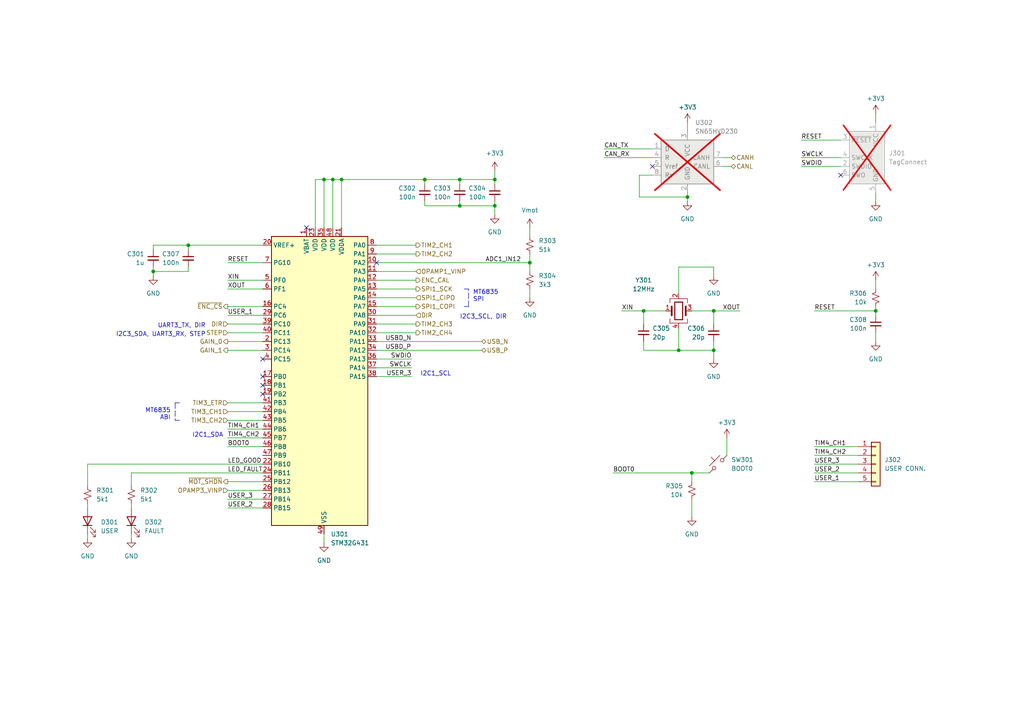
<source format=kicad_sch>
(kicad_sch (version 20231120) (generator "eeschema") (generator_version "8.0")
  (paper "A4")
  (title_block (title "MICROCONTROLLER") (date "2023-10-11") (rev "0.1") (company "matei repair lab"))
  (lib_symbols
    (symbol "Connector:Conn_ARM_SWD_TagConnect_TC2030-NL" (in_bom no)
      (property "Reference" "J" (at 2.54 11.43 0))
      (property "Value" "Conn_ARM_SWD_TagConnect_TC2030-NL" (at 2.54 8.89 0))
      (symbol "Conn_ARM_SWD_TagConnect_TC2030-NL_0_0"
        (pin power_in line (at -2.54 10.16 270) (length 2.54) (name "VCC") (number "1"))
        (pin bidirectional line (at 7.62 -2.54 180) (length 2.54) (name "SWDIO") (number "2"))
        (pin open_collector line (at 7.62 5.08 180) (length 2.54) (name "~{RESET}") (number "3"))
        (pin output line (at 7.62 0 180) (length 2.54) (name "SWCLK") (number "4"))
        (pin power_in line (at -2.54 -10.16 90) (length 2.54) (name "GND") (number "5"))
        (pin input line (at 7.62 -5.08 180) (length 2.54) (name "SWO") (number "6"))
      )
      (symbol "Conn_ARM_SWD_TagConnect_TC2030-NL_0_1"
        (rectangle (start -5.08 7.62) (end 5.08 -7.62) (fill (type background)))
      )
    )
    (symbol "Connector_Generic:Conn_01x05" (pin_names (offset 1.016) hide)
      (property "Reference" "J" (at 0 7.62 0))
      (property "Value" "Conn_01x05" (at 0 -7.62 0))
      (symbol "Conn_01x05_1_1"
        (rectangle (start -1.27 -4.953) (end 0 -5.207) (stroke (width 0.1524)))
        (rectangle (start -1.27 -2.413) (end 0 -2.667) (stroke (width 0.1524)))
        (rectangle (start -1.27 0.127) (end 0 -0.127) (stroke (width 0.1524)))
        (rectangle (start -1.27 2.667) (end 0 2.413) (stroke (width 0.1524)))
        (rectangle (start -1.27 5.207) (end 0 4.953) (stroke (width 0.1524)))
        (rectangle (start -1.27 6.35) (end 1.27 -6.35) (stroke (width 0.254)) (fill (type background)))
        (pin passive line (at -5.08 5.08 0) (length 3.81) (name "Pin_1") (number "1"))
        (pin passive line (at -5.08 2.54 0) (length 3.81) (name "Pin_2") (number "2"))
        (pin passive line (at -5.08 0 0) (length 3.81) (name "Pin_3") (number "3"))
        (pin passive line (at -5.08 -2.54 0) (length 3.81) (name "Pin_4") (number "4"))
        (pin passive line (at -5.08 -5.08 0) (length 3.81) (name "Pin_5") (number "5"))
      )
    )
    (symbol "Device:C_Small" (pin_numbers hide) (pin_names (offset 0.254) hide)
      (property "Reference" "C" (at 0.254 1.778 0))
      (property "Value" "C_Small" (at 0.254 -2.032 0))
      (symbol "C_Small_0_1"
        (polyline (pts (xy -1.524 -0.508) (xy 1.524 -0.508)) (stroke (width 0.3302)))
        (polyline (pts (xy -1.524 0.508) (xy 1.524 0.508)) (stroke (width 0.3048)))
      )
      (symbol "C_Small_1_1"
        (pin passive line (at 0 2.54 270) (length 2.032) (name "~") (number "1"))
        (pin passive line (at 0 -2.54 90) (length 2.032) (name "~") (number "2"))
      )
    )
    (symbol "Device:Crystal_GND24" (pin_names (offset 1.016) hide)
      (property "Reference" "Y" (at 3.175 5.08 0))
      (property "Value" "Crystal_GND24" (at 3.175 3.175 0))
      (symbol "Crystal_GND24_0_1"
        (rectangle (start -1.143 2.54) (end 1.143 -2.54) (stroke (width 0.3048)))
        (polyline (pts (xy -2.54 0) (xy -2.032 0)))
        (polyline (pts (xy -2.032 -1.27) (xy -2.032 1.27)) (stroke (width 0.508)))
        (polyline (pts (xy 0 -3.81) (xy 0 -3.556)))
        (polyline (pts (xy 0 3.556) (xy 0 3.81)))
        (polyline (pts (xy 2.032 -1.27) (xy 2.032 1.27)) (stroke (width 0.508)))
        (polyline (pts (xy 2.032 0) (xy 2.54 0)))
        (polyline (pts (xy -2.54 -2.286) (xy -2.54 -3.556) (xy 2.54 -3.556) (xy 2.54 -2.286)))
        (polyline (pts (xy -2.54 2.286) (xy -2.54 3.556) (xy 2.54 3.556) (xy 2.54 2.286)))
      )
      (symbol "Crystal_GND24_1_1"
        (pin passive line (at -3.81 0 0) (length 1.27) (name "1") (number "1"))
        (pin passive line (at 0 5.08 270) (length 1.27) (name "2") (number "2"))
        (pin passive line (at 3.81 0 180) (length 1.27) (name "3") (number "3"))
        (pin passive line (at 0 -5.08 90) (length 1.27) (name "4") (number "4"))
      )
    )
    (symbol "Device:LED" (pin_numbers hide) (pin_names (offset 1.016) hide)
      (property "Reference" "D" (at 0 2.54 0))
      (property "Value" "LED" (at 0 -2.54 0))
      (symbol "LED_0_1"
        (polyline (pts (xy -1.27 -1.27) (xy -1.27 1.27)) (stroke (width 0.254)))
        (polyline (pts (xy -1.27 0) (xy 1.27 0)))
        (polyline (pts (xy 1.27 -1.27) (xy 1.27 1.27) (xy -1.27 0) (xy 1.27 -1.27)) (stroke (width 0.254)))
        (polyline (pts (xy -3.048 -0.762) (xy -4.572 -2.286) (xy -3.81 -2.286) (xy -4.572 -2.286) (xy -4.572 -1.524)))
        (polyline (pts (xy -1.778 -0.762) (xy -3.302 -2.286) (xy -2.54 -2.286) (xy -3.302 -2.286) (xy -3.302 -1.524)))
      )
      (symbol "LED_1_1"
        (pin passive line (at -3.81 0 0) (length 2.54) (name "K") (number "1"))
        (pin passive line (at 3.81 0 180) (length 2.54) (name "A") (number "2"))
      )
    )
    (symbol "Device:R_Small_US" (pin_numbers hide) (pin_names (offset 0.254) hide)
      (property "Reference" "R" (at 0.762 0.508 0))
      (property "Value" "R_Small_US" (at 0.762 -1.016 0))
      (symbol "R_Small_US_1_1"
        (polyline (pts (xy 0 0) (xy 1.016 -0.381) (xy 0 -0.762) (xy -1.016 -1.143) (xy 0 -1.524)))
        (polyline (pts (xy 0 1.524) (xy 1.016 1.143) (xy 0 0.762) (xy -1.016 0.381) (xy 0 0)))
        (pin passive line (at 0 2.54 270) (length 1.016) (name "~") (number "1"))
        (pin passive line (at 0 -2.54 90) (length 1.016) (name "~") (number "2"))
      )
    )
    (symbol "Interface_CAN_LIN:SN65HVD230" (pin_names (offset 1.016))
      (property "Reference" "U" (at -2.54 10.16 0))
      (property "Value" "SN65HVD230" (at -2.54 7.62 0))
      (symbol "SN65HVD230_0_1"
        (rectangle (start -7.62 5.08) (end 7.62 -7.62) (stroke (width 0.254)) (fill (type background)))
      )
      (symbol "SN65HVD230_1_1"
        (pin input line (at -10.16 2.54 0) (length 2.54) (name "D") (number "1"))
        (pin power_in line (at 0 -10.16 90) (length 2.54) (name "GND") (number "2"))
        (pin power_in line (at 0 7.62 270) (length 2.54) (name "VCC") (number "3"))
        (pin output line (at -10.16 0 0) (length 2.54) (name "R") (number "4"))
        (pin output line (at -10.16 -2.54 0) (length 2.54) (name "Vref") (number "5"))
        (pin bidirectional line (at 10.16 -2.54 180) (length 2.54) (name "CANL") (number "6"))
        (pin bidirectional line (at 10.16 0 180) (length 2.54) (name "CANH") (number "7"))
        (pin input line (at -10.16 -5.08 0) (length 2.54) (name "Rs") (number "8"))
      )
    )
    (symbol "MCU_ST_STM32G4:STM32G431CBUx"
      (property "Reference" "U" (at -12.7 44.45 0))
      (property "Value" "STM32G431CBUx" (at 10.16 44.45 0))
      (symbol "STM32G431CBUx_0_1"
        (rectangle (start -12.7 -40.64) (end 15.24 43.18) (stroke (width 0.254)) (fill (type background)))
      )
      (symbol "STM32G431CBUx_1_1"
        (pin power_in line (at -2.54 45.72 270) (length 2.54) (name "VBAT") (number "1"))
        (pin bidirectional line (at 17.78 35.56 180) (length 2.54) (name "PA2") (number "10"))
        (pin bidirectional line (at 17.78 33.02 180) (length 2.54) (name "PA3") (number "11"))
        (pin bidirectional line (at 17.78 30.48 180) (length 2.54) (name "PA4") (number "12"))
        (pin bidirectional line (at 17.78 27.94 180) (length 2.54) (name "PA5") (number "13"))
        (pin bidirectional line (at 17.78 25.4 180) (length 2.54) (name "PA6") (number "14"))
        (pin bidirectional line (at 17.78 22.86 180) (length 2.54) (name "PA7") (number "15"))
        (pin bidirectional line (at -15.24 22.86 0) (length 2.54) (name "PC4") (number "16"))
        (pin bidirectional line (at -15.24 2.54 0) (length 2.54) (name "PB0") (number "17"))
        (pin bidirectional line (at -15.24 0 0) (length 2.54) (name "PB1") (number "18"))
        (pin bidirectional line (at -15.24 -2.54 0) (length 2.54) (name "PB2") (number "19"))
        (pin bidirectional line (at -15.24 12.7 0) (length 2.54) (name "PC13") (number "2"))
        (pin input line (at -15.24 40.64 0) (length 2.54) (name "VREF+") (number "20"))
        (pin power_in line (at 7.62 45.72 270) (length 2.54) (name "VDDA") (number "21"))
        (pin bidirectional line (at -15.24 -22.86 0) (length 2.54) (name "PB10") (number "22"))
        (pin power_in line (at 0 45.72 270) (length 2.54) (name "VDD") (number "23"))
        (pin bidirectional line (at -15.24 -25.4 0) (length 2.54) (name "PB11") (number "24"))
        (pin bidirectional line (at -15.24 -27.94 0) (length 2.54) (name "PB12") (number "25"))
        (pin bidirectional line (at -15.24 -30.48 0) (length 2.54) (name "PB13") (number "26"))
        (pin bidirectional line (at -15.24 -33.02 0) (length 2.54) (name "PB14") (number "27"))
        (pin bidirectional line (at -15.24 -35.56 0) (length 2.54) (name "PB15") (number "28"))
        (pin bidirectional line (at -15.24 20.32 0) (length 2.54) (name "PC6") (number "29"))
        (pin bidirectional line (at -15.24 10.16 0) (length 2.54) (name "PC14") (number "3"))
        (pin bidirectional line (at 17.78 20.32 180) (length 2.54) (name "PA8") (number "30"))
        (pin bidirectional line (at 17.78 17.78 180) (length 2.54) (name "PA9") (number "31"))
        (pin bidirectional line (at 17.78 15.24 180) (length 2.54) (name "PA10") (number "32"))
        (pin bidirectional line (at 17.78 12.7 180) (length 2.54) (name "PA11") (number "33"))
        (pin bidirectional line (at 17.78 10.16 180) (length 2.54) (name "PA12") (number "34"))
        (pin power_in line (at 2.54 45.72 270) (length 2.54) (name "VDD") (number "35"))
        (pin bidirectional line (at 17.78 7.62 180) (length 2.54) (name "PA13") (number "36"))
        (pin bidirectional line (at 17.78 5.08 180) (length 2.54) (name "PA14") (number "37"))
        (pin bidirectional line (at 17.78 2.54 180) (length 2.54) (name "PA15") (number "38"))
        (pin bidirectional line (at -15.24 17.78 0) (length 2.54) (name "PC10") (number "39"))
        (pin bidirectional line (at -15.24 7.62 0) (length 2.54) (name "PC15") (number "4"))
        (pin bidirectional line (at -15.24 15.24 0) (length 2.54) (name "PC11") (number "40"))
        (pin bidirectional line (at -15.24 -5.08 0) (length 2.54) (name "PB3") (number "41"))
        (pin bidirectional line (at -15.24 -7.62 0) (length 2.54) (name "PB4") (number "42"))
        (pin bidirectional line (at -15.24 -10.16 0) (length 2.54) (name "PB5") (number "43"))
        (pin bidirectional line (at -15.24 -12.7 0) (length 2.54) (name "PB6") (number "44"))
        (pin bidirectional line (at -15.24 -15.24 0) (length 2.54) (name "PB7") (number "45"))
        (pin bidirectional line (at -15.24 -17.78 0) (length 2.54) (name "PB8") (number "46"))
        (pin bidirectional line (at -15.24 -20.32 0) (length 2.54) (name "PB9") (number "47"))
        (pin power_in line (at 5.08 45.72 270) (length 2.54) (name "VDD") (number "48"))
        (pin power_in line (at 2.54 -43.18 90) (length 2.54) (name "VSS") (number "49"))
        (pin bidirectional line (at -15.24 30.48 0) (length 2.54) (name "PF0") (number "5"))
        (pin bidirectional line (at -15.24 27.94 0) (length 2.54) (name "PF1") (number "6"))
        (pin bidirectional line (at -15.24 35.56 0) (length 2.54) (name "PG10") (number "7"))
        (pin bidirectional line (at 17.78 40.64 180) (length 2.54) (name "PA0") (number "8"))
        (pin bidirectional line (at 17.78 38.1 180) (length 2.54) (name "PA1") (number "9"))
      )
    )
    (symbol "Switch:SW_Push_45deg" (pin_numbers hide) (pin_names (offset 1.016) hide)
      (property "Reference" "SW" (at 3.048 1.016 0))
      (property "Value" "SW_Push_45deg" (at 0 -3.81 0))
      (symbol "SW_Push_45deg_0_1"
        (circle (center -1.1684 1.1684) (radius 0.508))
        (polyline (pts (xy -0.508 2.54) (xy 2.54 -0.508)))
        (polyline (pts (xy 1.016 1.016) (xy 2.032 2.032)))
        (polyline (pts (xy -2.54 2.54) (xy -1.524 1.524) (xy -1.524 1.524)))
        (polyline (pts (xy 1.524 -1.524) (xy 2.54 -2.54) (xy 2.54 -2.54) (xy 2.54 -2.54)))
        (circle (center 1.143 -1.1938) (radius 0.508))
        (pin passive line (at -2.54 2.54 0) (length 0) (name "1") (number "1"))
        (pin passive line (at 2.54 -2.54 180) (length 0) (name "2") (number "2"))
      )
    )
    (symbol "matei:Vmot" (power) (pin_names (offset 0))
      (property "Value" "Vmot" (at 0 3.81 0))
      (symbol "Vmot_0_1"
        (polyline (pts (xy -0.762 1.27) (xy 0 2.54)))
        (polyline (pts (xy 0 0) (xy 0 2.54)))
        (polyline (pts (xy 0 2.54) (xy 0.762 1.27)))
      )
      (symbol "Vmot_1_1"
        (pin power_in line (at 0 0 90) (length 0) hide (name "Vmot") (number "1"))
      )
    )
    (symbol "power:+3V3" (power) (pin_names (offset 0))
      (property "Value" "+3V3" (at 0 3.556 0))
      (symbol "+3V3_0_1"
        (polyline (pts (xy -0.762 1.27) (xy 0 2.54)))
        (polyline (pts (xy 0 0) (xy 0 2.54)))
        (polyline (pts (xy 0 2.54) (xy 0.762 1.27)))
      )
      (symbol "+3V3_1_1"
        (pin power_in line (at 0 0 90) (length 0) hide (name "+3V3") (number "1"))
      )
    )
    (symbol "power:GND" (power) (pin_names (offset 0))
      (property "Value" "GND" (at 0 -3.81 0))
      (symbol "GND_0_1"
        (polyline (pts (xy 0 0) (xy 0 -1.27) (xy 1.27 -1.27) (xy 0 -2.54) (xy -1.27 -1.27) (xy 0 -1.27)))
      )
      (symbol "GND_1_1"
        (pin power_in line (at 0 0 270) (length 0) hide (name "GND") (number "1"))
      )
    )
  )
  (junction (at 133.35 52.07))
  (junction (at 96.52 52.07))
  (junction (at 93.98 52.07))
  (junction (at 186.69 90.17))
  (junction (at 200.66 137.16))
  (junction (at 123.19 52.07))
  (junction (at 207.01 101.6))
  (junction (at 196.85 101.6))
  (junction (at 143.51 59.69))
  (junction (at 44.45 78.74))
  (junction (at 54.61 71.12))
  (junction (at 143.51 52.07))
  (junction (at 133.35 59.69))
  (junction (at 254 90.17))
  (junction (at 153.67 76.2))
  (junction (at 99.06 52.07))
  (junction (at 207.01 90.17))
  (junction (at 199.39 57.15))
  (no_connect (at 243.84 50.8))
  (no_connect (at 109.22 76.2))
  (no_connect (at 76.2 109.22))
  (no_connect (at 189.23 48.26))
  (no_connect (at 88.9 66.04))
  (no_connect (at 76.2 104.14))
  (no_connect (at 76.2 111.76))
  (no_connect (at 76.2 114.3))
  (wire (pts (xy 143.51 58.42) (xy 143.51 59.69)))
  (wire (pts (xy 153.67 66.04) (xy 153.67 68.58)))
  (wire (pts (xy 199.39 55.88) (xy 199.39 57.15)))
  (wire (pts (xy 109.22 73.66) (xy 120.65 73.66)))
  (wire (pts (xy 207.01 77.47) (xy 207.01 80.01)))
  (wire (pts (xy 186.69 99.06) (xy 186.69 101.6)))
  (wire (pts (xy 66.04 93.98) (xy 76.2 93.98)))
  (wire (pts (xy 236.22 139.7) (xy 248.92 139.7)))
  (polyline (pts (xy 135.89 88.9) (xy 135.89 83.82)) (stroke (width 0) (type dash)))
  (wire (pts (xy 153.67 73.66) (xy 153.67 76.2)))
  (wire (pts (xy 93.98 52.07) (xy 93.98 66.04)))
  (wire (pts (xy 254 33.02) (xy 254 35.56)))
  (wire (pts (xy 109.22 76.2) (xy 153.67 76.2)))
  (wire (pts (xy 66.04 96.52) (xy 76.2 96.52)))
  (wire (pts (xy 254 81.28) (xy 254 83.82)))
  (wire (pts (xy 196.85 95.25) (xy 196.85 101.6)))
  (wire (pts (xy 109.22 101.6) (xy 139.7 101.6)))
  (wire (pts (xy 54.61 77.47) (xy 54.61 78.74)))
  (wire (pts (xy 120.65 81.28) (xy 109.22 81.28)))
  (wire (pts (xy 232.41 40.64) (xy 243.84 40.64)))
  (wire (pts (xy 25.4 134.62) (xy 76.2 134.62)))
  (wire (pts (xy 209.55 48.26) (xy 212.09 48.26)))
  (wire (pts (xy 66.04 88.9) (xy 76.2 88.9)))
  (wire (pts (xy 54.61 71.12) (xy 76.2 71.12)))
  (wire (pts (xy 38.1 140.97) (xy 38.1 137.16)))
  (wire (pts (xy 109.22 78.74) (xy 120.65 78.74)))
  (wire (pts (xy 54.61 71.12) (xy 54.61 72.39)))
  (wire (pts (xy 66.04 139.7) (xy 76.2 139.7)))
  (wire (pts (xy 123.19 52.07) (xy 123.19 53.34)))
  (wire (pts (xy 133.35 59.69) (xy 143.51 59.69)))
  (wire (pts (xy 236.22 134.62) (xy 248.92 134.62)))
  (wire (pts (xy 200.66 137.16) (xy 205.74 137.16)))
  (wire (pts (xy 66.04 99.06) (xy 76.2 99.06)))
  (wire (pts (xy 232.41 48.26) (xy 243.84 48.26)))
  (wire (pts (xy 109.22 86.36) (xy 120.65 86.36)))
  (wire (pts (xy 177.8 137.16) (xy 200.66 137.16)))
  (polyline (pts (xy 50.8 116.84) (xy 50.8 121.92)) (stroke (width 0) (type dash)))
  (wire (pts (xy 153.67 83.82) (xy 153.67 86.36)))
  (wire (pts (xy 254 88.9) (xy 254 90.17)))
  (wire (pts (xy 175.26 43.18) (xy 189.23 43.18)))
  (wire (pts (xy 66.04 127) (xy 76.2 127)))
  (wire (pts (xy 109.22 96.52) (xy 120.65 96.52)))
  (wire (pts (xy 175.26 45.72) (xy 189.23 45.72)))
  (polyline (pts (xy 50.8 121.92) (xy 52.07 121.92)) (stroke (width 0) (type dash)))
  (wire (pts (xy 38.1 154.94) (xy 38.1 156.21)))
  (wire (pts (xy 44.45 80.01) (xy 44.45 78.74)))
  (polyline (pts (xy 134.62 88.9) (xy 135.89 88.9)) (stroke (width 0) (type dash)))
  (polyline (pts (xy 52.07 116.84) (xy 50.8 116.84)) (stroke (width 0) (type dash)))
  (wire (pts (xy 199.39 35.56) (xy 199.39 38.1)))
  (wire (pts (xy 232.41 45.72) (xy 243.84 45.72)))
  (wire (pts (xy 44.45 71.12) (xy 54.61 71.12)))
  (wire (pts (xy 109.22 83.82) (xy 120.65 83.82)))
  (wire (pts (xy 99.06 52.07) (xy 123.19 52.07)))
  (wire (pts (xy 196.85 85.09) (xy 196.85 77.47)))
  (wire (pts (xy 44.45 72.39) (xy 44.45 71.12)))
  (wire (pts (xy 66.04 76.2) (xy 76.2 76.2)))
  (wire (pts (xy 196.85 101.6) (xy 207.01 101.6)))
  (wire (pts (xy 25.4 146.05) (xy 25.4 147.32)))
  (wire (pts (xy 186.69 90.17) (xy 193.04 90.17)))
  (wire (pts (xy 207.01 99.06) (xy 207.01 101.6)))
  (wire (pts (xy 66.04 119.38) (xy 76.2 119.38)))
  (wire (pts (xy 66.04 147.32) (xy 76.2 147.32)))
  (wire (pts (xy 210.82 127) (xy 210.82 132.08)))
  (wire (pts (xy 123.19 58.42) (xy 123.19 59.69)))
  (wire (pts (xy 93.98 52.07) (xy 96.52 52.07)))
  (wire (pts (xy 25.4 134.62) (xy 25.4 140.97)))
  (wire (pts (xy 91.44 52.07) (xy 93.98 52.07)))
  (wire (pts (xy 66.04 116.84) (xy 76.2 116.84)))
  (wire (pts (xy 200.66 90.17) (xy 207.01 90.17)))
  (wire (pts (xy 153.67 76.2) (xy 153.67 78.74)))
  (wire (pts (xy 200.66 139.7) (xy 200.66 137.16)))
  (wire (pts (xy 66.04 144.78) (xy 76.2 144.78)))
  (wire (pts (xy 96.52 52.07) (xy 96.52 66.04)))
  (wire (pts (xy 76.2 142.24) (xy 66.04 142.24)))
  (wire (pts (xy 143.51 49.53) (xy 143.51 52.07)))
  (wire (pts (xy 120.65 91.44) (xy 109.22 91.44)))
  (wire (pts (xy 207.01 90.17) (xy 207.01 93.98)))
  (wire (pts (xy 254 90.17) (xy 254 91.44)))
  (wire (pts (xy 109.22 106.68) (xy 119.38 106.68)))
  (wire (pts (xy 186.69 90.17) (xy 186.69 93.98)))
  (wire (pts (xy 109.22 88.9) (xy 120.65 88.9)))
  (wire (pts (xy 254 55.88) (xy 254 58.42)))
  (wire (pts (xy 44.45 78.74) (xy 44.45 77.47)))
  (wire (pts (xy 196.85 77.47) (xy 207.01 77.47)))
  (wire (pts (xy 66.04 83.82) (xy 76.2 83.82)))
  (wire (pts (xy 93.98 154.94) (xy 93.98 157.48)))
  (wire (pts (xy 66.04 124.46) (xy 76.2 124.46)))
  (wire (pts (xy 109.22 109.22) (xy 119.38 109.22)))
  (wire (pts (xy 143.51 52.07) (xy 143.51 53.34)))
  (wire (pts (xy 91.44 52.07) (xy 91.44 66.04)))
  (wire (pts (xy 180.34 90.17) (xy 186.69 90.17)))
  (wire (pts (xy 133.35 58.42) (xy 133.35 59.69)))
  (wire (pts (xy 236.22 137.16) (xy 248.92 137.16)))
  (wire (pts (xy 185.42 50.8) (xy 185.42 57.15)))
  (wire (pts (xy 66.04 101.6) (xy 76.2 101.6)))
  (wire (pts (xy 99.06 52.07) (xy 99.06 66.04)))
  (wire (pts (xy 109.22 99.06) (xy 139.7 99.06)))
  (wire (pts (xy 236.22 90.17) (xy 254 90.17)))
  (wire (pts (xy 66.04 129.54) (xy 76.2 129.54)))
  (wire (pts (xy 133.35 52.07) (xy 133.35 53.34)))
  (wire (pts (xy 236.22 132.08) (xy 248.92 132.08)))
  (wire (pts (xy 25.4 154.94) (xy 25.4 156.21)))
  (wire (pts (xy 109.22 93.98) (xy 120.65 93.98)))
  (wire (pts (xy 133.35 52.07) (xy 143.51 52.07)))
  (wire (pts (xy 38.1 137.16) (xy 76.2 137.16)))
  (wire (pts (xy 123.19 59.69) (xy 133.35 59.69)))
  (wire (pts (xy 38.1 146.05) (xy 38.1 147.32)))
  (wire (pts (xy 189.23 50.8) (xy 185.42 50.8)))
  (wire (pts (xy 66.04 121.92) (xy 76.2 121.92)))
  (wire (pts (xy 254 96.52) (xy 254 99.06)))
  (wire (pts (xy 207.01 101.6) (xy 207.01 104.14)))
  (wire (pts (xy 143.51 59.69) (xy 143.51 62.23)))
  (wire (pts (xy 236.22 129.54) (xy 248.92 129.54)))
  (wire (pts (xy 109.22 71.12) (xy 120.65 71.12)))
  (wire (pts (xy 109.22 104.14) (xy 119.38 104.14)))
  (wire (pts (xy 185.42 57.15) (xy 199.39 57.15)))
  (wire (pts (xy 66.04 81.28) (xy 76.2 81.28)))
  (wire (pts (xy 54.61 78.74) (xy 44.45 78.74)))
  (wire (pts (xy 200.66 144.78) (xy 200.66 149.86)))
  (wire (pts (xy 66.04 91.44) (xy 76.2 91.44)))
  (wire (pts (xy 186.69 101.6) (xy 196.85 101.6)))
  (wire (pts (xy 96.52 52.07) (xy 99.06 52.07)))
  (wire (pts (xy 123.19 52.07) (xy 133.35 52.07)))
  (wire (pts (xy 209.55 45.72) (xy 212.09 45.72)))
  (wire (pts (xy 207.01 90.17) (xy 214.63 90.17)))
  (wire (pts (xy 199.39 57.15) (xy 199.39 58.42)))
  (polyline (pts (xy 135.89 83.82) (xy 134.62 83.82)) (stroke (width 0) (type dash)))
  (text "MT6835\nABI" (at 49.53 121.92 0) (effects (font (size 1.27 1.27)) (justify right bottom)))
  (text "I2C3_SDA, UART3_RX, STEP" (at 59.69 97.79 0) (effects (font (size 1.27 1.27)) (justify right bottom)))
  (text "I2C1_SDA\n" (at 64.77 127 0) (effects (font (size 1.27 1.27)) (justify right bottom)))
  (text "I2C1_SCL" (at 121.92 109.22 0) (effects (font (size 1.27 1.27)) (justify left bottom)))
  (text "MT6835\nSPI" (at 137.16 87.63 0) (effects (font (size 1.27 1.27)) (justify left bottom)))
  (text "I2C3_SCL, DIR" (at 133.35 92.71 0) (effects (font (size 1.27 1.27)) (justify left bottom)))
  (text "UART3_TX, DIR" (at 45.72 95.25 0) (effects (font (size 1.27 1.27)) (justify left bottom)))
  (label "ADC1_IN12" (at 151.13 76.2 180))
  (label "SWCLK" (at 232.41 45.72 0))
  (label "USER_3" (at 236.22 134.62 0))
  (label "TIM4_CH2" (at 236.22 132.08 0))
  (label "TIM4_CH1" (at 236.22 129.54 0))
  (label "CAN_TX" (at 175.26 43.18 0))
  (label "RESET" (at 66.04 76.2 0))
  (label "LED_GOOD" (at 66.04 134.62 0))
  (label "XOUT" (at 66.04 83.82 0))
  (label "USER_3" (at 119.38 109.22 180))
  (label "CAN_RX" (at 175.26 45.72 0))
  (label "USER_1" (at 236.22 139.7 0))
  (label "USER_3" (at 66.04 144.78 0))
  (label "BOOT0" (at 66.04 129.54 0))
  (label "USBD_N" (at 111.76 99.06 0))
  (label "TIM4_CH2" (at 66.04 127 0))
  (label "USER_2" (at 236.22 137.16 0))
  (label "SWDIO" (at 232.41 48.26 0))
  (label "XOUT" (at 214.63 90.17 180))
  (label "SWDIO" (at 119.38 104.14 180))
  (label "RESET" (at 232.41 40.64 0))
  (label "LED_FAULT" (at 66.04 137.16 0))
  (label "USER_1" (at 66.04 91.44 0))
  (label "SWCLK" (at 119.38 106.68 180))
  (label "USBD_P" (at 111.76 101.6 0))
  (label "USER_2" (at 66.04 147.32 0))
  (label "RESET" (at 236.22 90.17 0))
  (label "XIN" (at 66.04 81.28 0))
  (label "TIM4_CH1" (at 66.04 124.46 0))
  (label "BOOT0" (at 177.8 137.16 0))
  (label "XIN" (at 180.34 90.17 0))
  (hierarchical_label "SPI1_COPI" (shape output) (at 120.65 88.9 0))
  (hierarchical_label "OPAMP3_VINP" (shape input) (at 66.04 142.24 180))
  (hierarchical_label "SPI1_CIPO" (shape input) (at 120.65 86.36 0))
  (hierarchical_label "OPAMP1_VINP" (shape input) (at 120.65 78.74 0))
  (hierarchical_label "DIR" (shape input) (at 66.04 93.98 180))
  (hierarchical_label "USB_N" (shape bidirectional) (at 139.7 99.06 0))
  (hierarchical_label "TIM2_CH1" (shape output) (at 120.65 71.12 0))
  (hierarchical_label "STEP" (shape input) (at 66.04 96.52 180))
  (hierarchical_label "CANH" (shape bidirectional) (at 212.09 45.72 0))
  (hierarchical_label "CANL" (shape bidirectional) (at 212.09 48.26 0))
  (hierarchical_label "TIM2_CH4" (shape output) (at 120.65 96.52 0))
  (hierarchical_label "~{ENC_CS}" (shape output) (at 66.04 88.9 180))
  (hierarchical_label "ENC_CAL" (shape output) (at 120.65 81.28 0))
  (hierarchical_label "TIM2_CH2" (shape output) (at 120.65 73.66 0))
  (hierarchical_label "USB_P" (shape bidirectional) (at 139.7 101.6 0))
  (hierarchical_label "SPI1_SCK" (shape output) (at 120.65 83.82 0))
  (hierarchical_label "TIM3_CH1" (shape input) (at 66.04 119.38 180))
  (hierarchical_label "TIM2_CH3" (shape output) (at 120.65 93.98 0))
  (hierarchical_label "~{MOT_SHDN}" (shape output) (at 66.04 139.7 180))
  (hierarchical_label "TIM3_ETR" (shape input) (at 66.04 116.84 180))
  (hierarchical_label "GAIN_0" (shape output) (at 66.04 99.06 180))
  (hierarchical_label "TIM3_CH2" (shape input) (at 66.04 121.92 180))
  (hierarchical_label "GAIN_1" (shape output) (at 66.04 101.6 180))
  (hierarchical_label "DIR" (shape input) (at 120.65 91.44 0))
  (symbol (lib_id "Device:R_Small_US") (at 254 86.36 0) (mirror y) (unit 1)
    (property "Reference" "R306" (at 251.46 85.09 0) (effects (justify left)))
    (property "Value" "10k" (at 251.46 87.63 0) (effects (justify left)))
    (property "Footprint" "Resistor_SMD:R_0402_1005Metric" (effects (hide yes)))
    (property "LCSC ID" "C25744" (effects (hide yes)))
    (instances (project "lemon-pepper" (path "" (reference "R306") (unit 1))) (project "stm32g431-mt6701-stspin233" (path "" (reference "R?") (unit 1)) (path "" (reference "R203") (unit 1))))
  )
  (symbol (lib_id "Device:Crystal_GND24") (at 196.85 90.17 0) (unit 1)
    (property "Reference" "Y301" (at 186.69 81.28 0))
    (property "Value" "12MHz" (at 186.69 83.82 0))
    (property "Footprint" "Crystal:Crystal_SMD_3225-4Pin_3.2x2.5mm" (effects (hide yes)))
    (property "LCSC ID" "C9002" (effects (hide yes)))
  )
  (symbol (lib_id "Device:C_Small") (at 186.69 96.52 0) (unit 1)
    (property "Reference" "C305" (at 189.23 95.2563 0) (effects (justify left)))
    (property "Value" "20p" (at 189.23 97.7963 0) (effects (justify left)))
    (property "Footprint" "Capacitor_SMD:C_0402_1005Metric" (effects (hide yes)))
    (property "LCSC ID" "C1554" (effects (hide yes)))
    (instances (project "lemon-pepper" (path "" (reference "C305") (unit 1))) (project "stm32g431-mt6701-stspin233" (path "" (reference "C204") (unit 1))))
  )
  (symbol (lib_id "power:GND") (at 153.67 86.36 0) (mirror y) (unit 1)
    (property "Reference" "#PWR0314" (effects (hide yes)))
    (property "Value" "GND" (at 153.67 91.44 0))
  )
  (symbol (lib_id "Device:R_Small_US") (at 25.4 143.51 0) (unit 1)
    (property "Reference" "R301" (at 27.94 142.24 0) (effects (justify left)))
    (property "Value" "5k1" (at 27.94 144.78 0) (effects (justify left)))
    (property "Footprint" "Resistor_SMD:R_0402_1005Metric" (effects (hide yes)))
    (property "LCSC ID" "C25905" (effects (hide yes)))
    (instances (project "lemon-pepper" (path "" (reference "R301") (unit 1))) (project "stm32g431-mt6701-stspin233" (path "" (reference "R201") (unit 1))))
  )
  (symbol (lib_id "power:GND") (at 38.1 156.21 0) (unit 1)
    (property "Reference" "#PWR0302" (effects (hide yes)))
    (property "Value" "GND" (at 38.1 161.29 0))
    (instances (project "lemon-pepper" (path "" (reference "#PWR0302") (unit 1))) (project "stm32g431-mt6701-stspin233" (path "" (reference "#PWR0111") (unit 1)) (path "" (reference "#PWR0202") (unit 1))))
  )
  (symbol (lib_id "Device:C_Small") (at 143.51 55.88 0) (mirror y) (unit 1)
    (property "Reference" "C304" (at 140.97 54.6163 0) (effects (justify left)))
    (property "Value" "100n" (at 140.97 57.1563 0) (effects (justify left)))
    (property "Footprint" "Capacitor_SMD:C_0402_1005Metric" (effects (hide yes)))
    (property "LCSC ID" "C307331" (effects (hide yes)))
    (instances (project "lemon-pepper" (path "" (reference "C304") (unit 1))) (project "stm32g431-mt6701-stspin233" (path "" (reference "C204") (unit 1))))
  )
  (symbol (lib_id "power:GND") (at 200.66 149.86 0) (unit 1)
    (property "Reference" "#PWR0318" (effects (hide yes)))
    (property "Value" "GND" (at 200.66 154.94 0))
    (instances (project "lemon-pepper" (path "" (reference "#PWR0318") (unit 1))) (project "stm32g431-mt6701-stspin233" (path "" (reference "#PWR0106") (unit 1)) (path "" (reference "#PWR0204") (unit 1))))
  )
  (symbol (lib_id "power:+3V3") (at 210.82 127 0) (unit 1)
    (property "Reference" "#PWR0317" (effects (hide yes)))
    (property "Value" "+3V3" (at 210.82 122.555 0))
    (instances (project "lemon-pepper" (path "" (reference "#PWR0317") (unit 1))) (project "stm32g431-mt6701-stspin233" (path "" (reference "#PWR0123") (unit 1)) (path "" (reference "#PWR0210") (unit 1))))
  )
  (symbol (lib_id "Device:LED") (at 38.1 151.13 90) (unit 1)
    (property "Reference" "D302" (at 41.91 151.4475 90) (effects (justify right)))
    (property "Value" "FAULT" (at 41.91 153.9875 90) (effects (justify right)))
    (property "Footprint" "Diode_SMD:D_0603_1608Metric" (effects (hide yes)))
    (property "LCSC ID" "C2286" (effects (hide yes)))
    (instances (project "lemon-pepper" (path "" (reference "D302") (unit 1))) (project "stm32g431-mt6701-stspin233" (path "" (reference "D201") (unit 1))))
  )
  (symbol (lib_id "power:GND") (at 199.39 58.42 0) (unit 1)
    (property "Reference" "#PWR0307" (effects (hide yes)))
    (property "Value" "GND" (at 199.39 63.5 0))
    (instances (project "lemon-pepper" (path "" (reference "#PWR0307") (unit 1))) (project "stm32g431-mt6701-stspin233" (path "" (reference "#PWR0125") (unit 1)) (path "" (reference "#PWR0213") (unit 1))))
  )
  (symbol (lib_id "Device:C_Small") (at 123.19 55.88 0) (mirror y) (unit 1)
    (property "Reference" "C302" (at 120.65 54.6163 0) (effects (justify left)))
    (property "Value" "100n" (at 120.65 57.1563 0) (effects (justify left)))
    (property "Footprint" "Capacitor_SMD:C_0402_1005Metric" (effects (hide yes)))
    (property "LCSC ID" "C307331" (effects (hide yes)))
    (instances (project "lemon-pepper" (path "" (reference "C302") (unit 1))) (project "stm32g431-mt6701-stspin233" (path "" (reference "C202") (unit 1))))
  )
  (symbol (lib_id "Device:C_Small") (at 133.35 55.88 0) (mirror y) (unit 1)
    (property "Reference" "C303" (at 130.81 54.6163 0) (effects (justify left)))
    (property "Value" "100n" (at 130.81 57.1563 0) (effects (justify left)))
    (property "Footprint" "Capacitor_SMD:C_0402_1005Metric" (effects (hide yes)))
    (property "LCSC ID" "C307331" (effects (hide yes)))
    (instances (project "lemon-pepper" (path "" (reference "C303") (unit 1))) (project "stm32g431-mt6701-stspin233" (path "" (reference "C203") (unit 1))))
  )
  (symbol (lib_id "power:+3V3") (at 254 33.02 0) (unit 1)
    (property "Reference" "#PWR0312" (effects (hide yes)))
    (property "Value" "+3V3" (at 254 28.575 0))
    (instances (project "lemon-pepper" (path "" (reference "#PWR0312") (unit 1))) (project "stm32g431-mt6701-stspin233" (path "" (reference "#PWR0123") (unit 1)) (path "" (reference "#PWR0210") (unit 1))))
  )
  (symbol (lib_id "Switch:SW_Push_45deg") (at 208.28 134.62 90) (unit 1)
    (property "Reference" "SW301" (at 212.09 133.3499 90) (effects (justify right)))
    (property "Value" "BOOT0" (at 212.09 135.8899 90) (effects (justify right)))
    (property "Footprint" "Button_Switch_SMD:SW_SPST_B3U-3000P" (effects (hide yes)))
    (property "LCSC ID" "C963349" (effects (hide yes)))
  )
  (symbol (lib_id "Device:C_Small") (at 44.45 74.93 0) (unit 1)
    (property "Reference" "C301" (at 41.91 73.6663 0) (effects (justify right)))
    (property "Value" "1u" (at 41.91 76.2063 0) (effects (justify right)))
    (property "Footprint" "Capacitor_SMD:C_0402_1005Metric" (effects (hide yes)))
    (property "LCSC ID" "C52923" (effects (hide yes)))
    (instances (project "lemon-pepper" (path "" (reference "C301") (unit 1))) (project "stm32g431-mt6701-stspin233" (path "" (reference "C208") (unit 1))))
  )
  (symbol (lib_id "power:+3V3") (at 199.39 35.56 0) (unit 1)
    (property "Reference" "#PWR0306" (effects (hide yes)))
    (property "Value" "+3V3" (at 199.39 31.115 0))
    (instances (project "lemon-pepper" (path "" (reference "#PWR0306") (unit 1))) (project "stm32g431-mt6701-stspin233" (path "" (reference "#PWR0123") (unit 1)) (path "" (reference "#PWR0210") (unit 1))))
  )
  (symbol (lib_id "matei:Vmot") (at 153.67 66.04 0) (mirror y) (unit 1)
    (property "Reference" "#PWR0313" (effects (hide yes)))
    (property "Value" "Vmot" (at 153.67 60.96 0))
  )
  (symbol (lib_id "power:GND") (at 143.51 62.23 0) (unit 1)
    (property "Reference" "#PWR0305" (effects (hide yes)))
    (property "Value" "GND" (at 143.51 67.31 0))
    (instances (project "lemon-pepper" (path "" (reference "#PWR0305") (unit 1))) (project "stm32g431-mt6701-stspin233" (path "" (reference "#PWR0106") (unit 1)) (path "" (reference "#PWR0204") (unit 1))))
  )
  (symbol (lib_id "Device:C_Small") (at 54.61 74.93 0) (unit 1)
    (property "Reference" "C307" (at 52.07 73.6663 0) (effects (justify right)))
    (property "Value" "100n" (at 52.07 76.2063 0) (effects (justify right)))
    (property "Footprint" "Capacitor_SMD:C_0402_1005Metric" (effects (hide yes)))
    (property "LCSC ID" "C307331" (effects (hide yes)))
    (instances (project "lemon-pepper" (path "" (reference "C307") (unit 1))) (project "stm32g431-mt6701-stspin233" (path "" (reference "C208") (unit 1))))
  )
  (symbol (lib_id "MCU_ST_STM32G4:STM32G431CBUx") (at 91.44 111.76 0) (unit 1)
    (property "Reference" "U301" (at 95.9359 154.94 0) (effects (justify left)))
    (property "Value" "STM32G431" (at 95.9359 157.48 0) (effects (justify left)))
    (property "Footprint" "Package_DFN_QFN:QFN-48-1EP_7x7mm_P0.5mm_EP5.6x5.6mm" (effects (hide yes)))
    (property "Datasheet" "https://www.st.com/resource/en/datasheet/stm32g431cb.pdf" (effects (hide yes)))
    (property "LCSC ID" "C529356" (effects (hide yes)))
    (instances (project "lemon-pepper" (path "" (reference "U301") (unit 1))) (project "stm32g431-mt6701-stspin233" (path "" (reference "U?") (unit 1)) (path "" (reference "U201") (unit 1))))
  )
  (symbol (lib_id "power:+3V3") (at 254 81.28 0) (unit 1)
    (property "Reference" "#PWR0311" (effects (hide yes)))
    (property "Value" "+3V3" (at 254 76.835 0))
    (instances (project "lemon-pepper" (path "" (reference "#PWR0311") (unit 1))) (project "stm32g431-mt6701-stspin233" (path "" (reference "#PWR0123") (unit 1)) (path "" (reference "#PWR0210") (unit 1))))
  )
  (symbol (lib_id "power:GND") (at 254 58.42 0) (unit 1)
    (property "Reference" "#PWR0316" (effects (hide yes)))
    (property "Value" "GND" (at 254 63.5 0))
    (instances (project "lemon-pepper" (path "" (reference "#PWR0316") (unit 1))) (project "stm32g431-mt6701-stspin233" (path "" (reference "#PWR0106") (unit 1)) (path "" (reference "#PWR0204") (unit 1))))
  )
  (symbol (lib_id "power:GND") (at 44.45 80.01 0) (unit 1)
    (property "Reference" "#PWR0310" (effects (hide yes)))
    (property "Value" "GND" (at 44.45 85.09 0))
    (instances (project "lemon-pepper" (path "" (reference "#PWR0310") (unit 1))) (project "stm32g431-mt6701-stspin233" (path "" (reference "#PWR0106") (unit 1)) (path "" (reference "#PWR0204") (unit 1))))
  )
  (symbol (lib_id "Device:R_Small_US") (at 200.66 142.24 0) (mirror y) (unit 1)
    (property "Reference" "R305" (at 198.12 140.97 0) (effects (justify left)))
    (property "Value" "10k" (at 198.12 143.51 0) (effects (justify left)))
    (property "Footprint" "Resistor_SMD:R_0402_1005Metric" (effects (hide yes)))
    (property "LCSC ID" "C25744" (effects (hide yes)))
    (instances (project "lemon-pepper" (path "" (reference "R305") (unit 1))) (project "stm32g431-mt6701-stspin233" (path "" (reference "R?") (unit 1)) (path "" (reference "R203") (unit 1))))
  )
  (symbol (lib_id "Connector:Conn_ARM_SWD_TagConnect_TC2030-NL") (at 251.46 45.72 0) (mirror y) (unit 1) (in_bom no) (dnp yes)
    (property "Reference" "J301" (at 257.81 44.45 0) (effects (justify right)))
    (property "Value" "TagConnect" (at 257.81 46.99 0) (effects (justify right)))
    (property "Footprint" "Connector:Tag-Connect_TC2030-IDC-NL_2x03_P1.27mm_Vertical" (effects (hide yes)))
    (property "Datasheet" "https://www.tag-connect.com/wp-content/uploads/bsk-pdf-manager/TC2030-CTX_1.pdf" (effects (hide yes)))
  )
  (symbol (lib_id "power:GND") (at 207.01 104.14 0) (unit 1)
    (property "Reference" "#PWR0309" (effects (hide yes)))
    (property "Value" "GND" (at 207.01 109.22 0))
    (instances (project "lemon-pepper" (path "" (reference "#PWR0309") (unit 1))) (project "stm32g431-mt6701-stspin233" (path "" (reference "#PWR0106") (unit 1)) (path "" (reference "#PWR0204") (unit 1))))
  )
  (symbol (lib_id "Device:R_Small_US") (at 153.67 71.12 0) (unit 1)
    (property "Reference" "R303" (at 156.21 69.85 0) (effects (justify left)))
    (property "Value" "51k" (at 156.21 72.39 0) (effects (justify left)))
    (property "Footprint" "Resistor_SMD:R_0402_1005Metric" (effects (hide yes)))
    (property "LCSC ID" "C25794" (effects (hide yes)))
    (instances (project "lemon-pepper" (path "" (reference "R303") (unit 1))) (project "stm32g431-mt6701-stspin233" (path "" (reference "R201") (unit 1))))
  )
  (symbol (lib_id "Connector_Generic:Conn_01x05") (at 254 134.62 0) (unit 1) (in_bom no)
    (property "Reference" "J302" (at 256.54 133.35 0) (effects (justify left)))
    (property "Value" "USER CONN." (at 256.54 135.89 0) (effects (justify left)))
    (property "Footprint" "mechanical:PinHeader_1x05_P1.27mm_SMD" (effects (hide yes)))
  )
  (symbol (lib_id "power:+3V3") (at 143.51 49.53 0) (unit 1)
    (property "Reference" "#PWR0304" (effects (hide yes)))
    (property "Value" "+3V3" (at 143.51 44.45 0))
    (instances (project "lemon-pepper" (path "" (reference "#PWR0304") (unit 1))) (project "stm32g431-mt6701-stspin233" (path "" (reference "#PWR0107") (unit 1)) (path "" (reference "#PWR0203") (unit 1))))
  )
  (symbol (lib_id "power:GND") (at 207.01 80.01 0) (unit 1)
    (property "Reference" "#PWR0308" (effects (hide yes)))
    (property "Value" "GND" (at 207.01 85.09 0))
    (instances (project "lemon-pepper" (path "" (reference "#PWR0308") (unit 1))) (project "stm32g431-mt6701-stspin233" (path "" (reference "#PWR0106") (unit 1)) (path "" (reference "#PWR0204") (unit 1))))
  )
  (symbol (lib_id "Device:R_Small_US") (at 38.1 143.51 0) (unit 1)
    (property "Reference" "R302" (at 40.64 142.24 0) (effects (justify left)))
    (property "Value" "5k1" (at 40.64 144.78 0) (effects (justify left)))
    (property "Footprint" "Resistor_SMD:R_0402_1005Metric" (effects (hide yes)))
    (property "LCSC ID" "C25905" (effects (hide yes)))
    (instances (project "lemon-pepper" (path "" (reference "R302") (unit 1))) (project "stm32g431-mt6701-stspin233" (path "" (reference "R201") (unit 1))))
  )
  (symbol (lib_id "power:GND") (at 93.98 157.48 0) (unit 1)
    (property "Reference" "#PWR0303" (effects (hide yes)))
    (property "Value" "GND" (at 93.98 162.56 0))
    (instances (project "lemon-pepper" (path "" (reference "#PWR0303") (unit 1))) (project "stm32g431-mt6701-stspin233" (path "" (reference "#PWR0121") (unit 1)) (path "" (reference "#PWR0201") (unit 1))))
  )
  (symbol (lib_id "Device:LED") (at 25.4 151.13 90) (unit 1)
    (property "Reference" "D301" (at 29.21 151.4475 90) (effects (justify right)))
    (property "Value" "USER" (at 29.21 153.9875 90) (effects (justify right)))
    (property "Footprint" "Diode_SMD:D_0603_1608Metric" (effects (hide yes)))
    (property "LCSC ID" "C72041" (effects (hide yes)))
    (instances (project "lemon-pepper" (path "" (reference "D301") (unit 1))) (project "stm32g431-mt6701-stspin233" (path "" (reference "D201") (unit 1))))
  )
  (symbol (lib_id "Interface_CAN_LIN:SN65HVD230") (at 199.39 45.72 0) (unit 1) (in_bom no) (on_board no) (dnp yes)
    (property "Reference" "U302" (at 201.5841 35.56 0) (effects (justify left)))
    (property "Value" "SN65HVD230" (at 201.5841 38.1 0) (effects (justify left)))
    (property "Footprint" "Package_SO:SOIC-8_3.9x4.9mm_P1.27mm" (effects (hide yes)))
    (property "Datasheet" "http://www.ti.com/lit/ds/symlink/sn65hvd230.pdf" (effects (hide yes)))
    (property "LCSC ID" "C12084" (effects (hide yes)))
  )
  (symbol (lib_id "power:GND") (at 254 99.06 0) (unit 1)
    (property "Reference" "#PWR0315" (effects (hide yes)))
    (property "Value" "GND" (at 254 104.14 0))
    (instances (project "lemon-pepper" (path "" (reference "#PWR0315") (unit 1))) (project "stm32g431-mt6701-stspin233" (path "" (reference "#PWR0125") (unit 1)) (path "" (reference "#PWR0213") (unit 1))))
  )
  (symbol (lib_id "Device:R_Small_US") (at 153.67 81.28 0) (unit 1)
    (property "Reference" "R304" (at 156.21 80.01 0) (effects (justify left)))
    (property "Value" "3k3" (at 156.21 82.55 0) (effects (justify left)))
    (property "Footprint" "Resistor_SMD:R_0402_1005Metric" (effects (hide yes)))
    (property "LCSC ID" "C25890" (effects (hide yes)))
    (instances (project "lemon-pepper" (path "" (reference "R304") (unit 1))) (project "stm32g431-mt6701-stspin233" (path "" (reference "R201") (unit 1))))
  )
  (symbol (lib_id "Device:C_Small") (at 254 93.98 0) (unit 1)
    (property "Reference" "C308" (at 251.46 92.7163 0) (effects (justify right)))
    (property "Value" "100n" (at 251.46 95.2563 0) (effects (justify right)))
    (property "Footprint" "Capacitor_SMD:C_0402_1005Metric" (effects (hide yes)))
    (property "LCSC ID" "C307331" (effects (hide yes)))
    (instances (project "lemon-pepper" (path "" (reference "C308") (unit 1))) (project "stm32g431-mt6701-stspin233" (path "" (reference "C208") (unit 1))))
  )
  (symbol (lib_id "Device:C_Small") (at 207.01 96.52 0) (mirror y) (unit 1)
    (property "Reference" "C306" (at 204.47 95.2563 0) (effects (justify left)))
    (property "Value" "20p" (at 204.47 97.7963 0) (effects (justify left)))
    (property "Footprint" "Capacitor_SMD:C_0402_1005Metric" (effects (hide yes)))
    (property "LCSC ID" "C1554" (effects (hide yes)))
    (instances (project "lemon-pepper" (path "" (reference "C306") (unit 1))) (project "stm32g431-mt6701-stspin233" (path "" (reference "C204") (unit 1))))
  )
  (symbol (lib_id "power:GND") (at 25.4 156.21 0) (unit 1)
    (property "Reference" "#PWR0301" (effects (hide yes)))
    (property "Value" "GND" (at 25.4 161.29 0))
    (instances (project "lemon-pepper" (path "" (reference "#PWR0301") (unit 1))) (project "stm32g431-mt6701-stspin233" (path "" (reference "#PWR0111") (unit 1)) (path "" (reference "#PWR0202") (unit 1))))
  )
)
</source>
